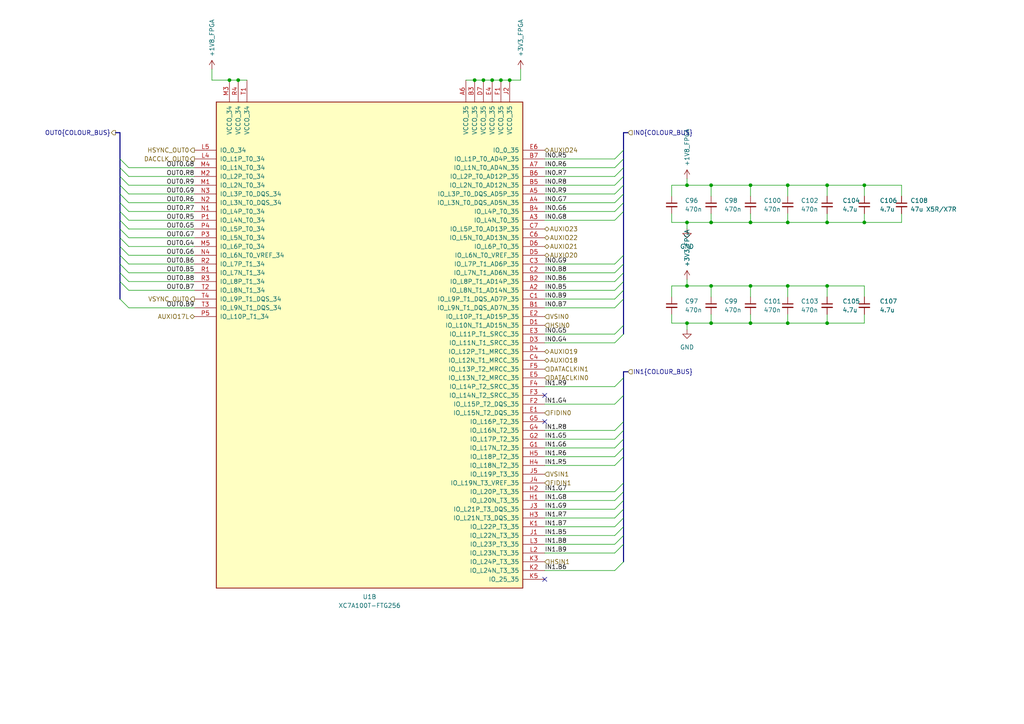
<source format=kicad_sch>
(kicad_sch (version 20211123) (generator eeschema)
  (paper "A4")
  (title_block (title "VGA Centrifuge") (date "2022-09-30") (rev "R1") (comment 1 "Author: Paolo Celati") (comment 2 "FPGA Video IO"))
  (lib_symbols
    (symbol "Device:C_Small" (pin_numbers hide) (pin_names (offset 0.254) hide)
      (property "Reference" "C" (at 0.254 1.778 0))
      (property "Value" "C_Small" (at 0.254 -2.032 0))
      (symbol "C_Small_0_1"
        (polyline (pts (xy -1.524 -0.508) (xy 1.524 -0.508)) (stroke (width 0.3302)))
        (polyline (pts (xy -1.524 0.508) (xy 1.524 0.508)) (stroke (width 0.3048)))
      )
      (symbol "C_Small_1_1"
        (pin passive line (at 0 2.54 270) (length 2.032) (name "~") (number "1"))
        (pin passive line (at 0 -2.54 90) (length 2.032) (name "~") (number "2"))
      )
    )
    (symbol "FPGA_Xilinx_Artix7:XC7A100T-FTG256" (pin_names (offset 1.016))
      (property "Reference" "U" (at 0 1.27 0))
      (property "Value" "XC7A100T-FTG256" (at 0 -1.27 0))
      (symbol "XC7A100T-FTG256_1_1"
        (rectangle (start -44.45 67.31) (end 44.45 -73.66) (stroke (width 0.254)) (fill (type background)))
        (pin bidirectional line (at 50.8 38.1 180) (length 6.35) (name "IO_L3N_T0_DQS_AD1N_15") (number "A10"))
        (pin bidirectional line (at 50.8 27.94 180) (length 6.35) (name "IO_L5N_T0_AD9N_15") (number "A12"))
        (pin bidirectional line (at 50.8 20.32 180) (length 6.35) (name "IO_L7P_T1_AD2P_15") (number "A13"))
        (pin bidirectional line (at 50.8 17.78 180) (length 6.35) (name "IO_L7N_T1_AD2N_15") (number "A14"))
        (pin bidirectional line (at 50.8 7.62 180) (length 6.35) (name "IO_L9N_T1_DQS_AD3N_15") (number "A15"))
        (pin power_in line (at 27.94 73.66 270) (length 6.35) (name "VCCO_15") (number "A16"))
        (pin bidirectional line (at 50.8 45.72 180) (length 6.35) (name "IO_L2P_T0_AD8P_15") (number "A8"))
        (pin bidirectional line (at 50.8 43.18 180) (length 6.35) (name "IO_L2N_T0_AD8N_15") (number "A9"))
        (pin bidirectional line (at 50.8 35.56 180) (length 6.35) (name "IO_L4P_T0_15") (number "B10"))
        (pin bidirectional line (at 50.8 33.02 180) (length 6.35) (name "IO_L4N_T0_15") (number "B11"))
        (pin bidirectional line (at 50.8 30.48 180) (length 6.35) (name "IO_L5P_T0_AD9P_15") (number "B12"))
        (pin power_in line (at 30.48 73.66 270) (length 6.35) (name "VCCO_15") (number "B13"))
        (pin bidirectional line (at 50.8 12.7 180) (length 6.35) (name "IO_L8N_T1_AD10N_15") (number "B14"))
        (pin bidirectional line (at 50.8 10.16 180) (length 6.35) (name "IO_L9P_T1_DQS_AD3P_15") (number "B15"))
        (pin bidirectional line (at 50.8 2.54 180) (length 6.35) (name "IO_L10N_T1_AD11N_15") (number "B16"))
        (pin bidirectional line (at 50.8 40.64 180) (length 6.35) (name "IO_L3P_T0_DQS_AD1P_15") (number "B9"))
        (pin power_in line (at 33.02 73.66 270) (length 6.35) (name "VCCO_15") (number "C10"))
        (pin bidirectional line (at 50.8 0 180) (length 6.35) (name "IO_L11P_T1_SRCC_15") (number "C11"))
        (pin bidirectional line (at 50.8 -2.54 180) (length 6.35) (name "IO_L11N_T1_SRCC_15") (number "C12"))
        (pin bidirectional line (at 50.8 -7.62 180) (length 6.35) (name "IO_L12N_T1_MRCC_15") (number "C13"))
        (pin bidirectional line (at 50.8 15.24 180) (length 6.35) (name "IO_L8P_T1_AD10P_15") (number "C14"))
        (pin bidirectional line (at 50.8 5.08 180) (length 6.35) (name "IO_L10P_T1_AD11P_15") (number "C16"))
        (pin bidirectional line (at 50.8 50.8 180) (length 6.35) (name "IO_L1P_T0_AD0P_15") (number "C8"))
        (pin bidirectional line (at 50.8 48.26 180) (length 6.35) (name "IO_L1N_T0_AD0N_15") (number "C9"))
        (pin bidirectional line (at 50.8 53.34 180) (length 6.35) (name "IO_0_15") (number "D10"))
        (pin bidirectional line (at 50.8 -17.78 180) (length 6.35) (name "IO_L14N_T2_SRCC_15") (number "D11"))
        (pin bidirectional line (at 50.8 -5.08 180) (length 6.35) (name "IO_L12P_T1_MRCC_15") (number "D13"))
        (pin bidirectional line (at 50.8 -20.32 180) (length 6.35) (name "IO_L15P_T2_DQS_15") (number "D14"))
        (pin bidirectional line (at 50.8 -22.86 180) (length 6.35) (name "IO_L15N_T2_DQS_ADV_B_15") (number "D15"))
        (pin bidirectional line (at 50.8 -33.02 180) (length 6.35) (name "IO_L17N_T2_A25_15") (number "D16"))
        (pin bidirectional line (at 50.8 25.4 180) (length 6.35) (name "IO_L6P_T0_15") (number "D8"))
        (pin bidirectional line (at 50.8 22.86 180) (length 6.35) (name "IO_L6N_T0_VREF_15") (number "D9"))
        (pin bidirectional line (at 50.8 -15.24 180) (length 6.35) (name "IO_L14P_T2_SRCC_15") (number "E11"))
        (pin bidirectional line (at 50.8 -10.16 180) (length 6.35) (name "IO_L13P_T2_MRCC_15") (number "E12"))
        (pin bidirectional line (at 50.8 -12.7 180) (length 6.35) (name "IO_L13N_T2_MRCC_15") (number "E13"))
        (pin power_in line (at 35.56 73.66 270) (length 6.35) (name "VCCO_15") (number "E14"))
        (pin bidirectional line (at 50.8 -38.1 180) (length 6.35) (name "IO_L18N_T2_A23_15") (number "E15"))
        (pin bidirectional line (at 50.8 -30.48 180) (length 6.35) (name "IO_L17P_T2_A26_15") (number "E16"))
        (pin bidirectional line (at 50.8 -25.4 180) (length 6.35) (name "IO_L16P_T2_A28_15") (number "F12"))
        (pin bidirectional line (at 50.8 -27.94 180) (length 6.35) (name "IO_L16N_T2_A27_15") (number "F13"))
        (pin bidirectional line (at 50.8 -53.34 180) (length 6.35) (name "IO_L21N_T3_DQS_A18_15") (number "F14"))
        (pin bidirectional line (at 50.8 -35.56 180) (length 6.35) (name "IO_L18P_T2_A24_15") (number "F15"))
        (pin bidirectional line (at 50.8 -71.12 180) (length 6.35) (name "IO_25_15") (number "G11"))
        (pin bidirectional line (at 50.8 -43.18 180) (length 6.35) (name "IO_L19N_T3_A21_VREF_15") (number "G12"))
        (pin bidirectional line (at 50.8 -50.8 180) (length 6.35) (name "IO_L21P_T3_DQS_15") (number "G14"))
        (pin bidirectional line (at 50.8 -68.58 180) (length 6.35) (name "IO_L24N_T3_RS0_15") (number "G15"))
        (pin bidirectional line (at 50.8 -58.42 180) (length 6.35) (name "IO_L22N_T3_A16_15") (number "G16"))
        (pin bidirectional line (at 50.8 -40.64 180) (length 6.35) (name "IO_L19P_T3_A22_15") (number "H11"))
        (pin bidirectional line (at 50.8 -45.72 180) (length 6.35) (name "IO_L20P_T3_A20_15") (number "H12"))
        (pin bidirectional line (at 50.8 -48.26 180) (length 6.35) (name "IO_L20N_T3_A19_15") (number "H13"))
        (pin bidirectional line (at 50.8 -66.04 180) (length 6.35) (name "IO_L24P_T3_RS1_15") (number "H14"))
        (pin power_in line (at 38.1 73.66 270) (length 6.35) (name "VCCO_15") (number "H15"))
        (pin bidirectional line (at 50.8 -55.88 180) (length 6.35) (name "IO_L22P_T3_A17_15") (number "H16"))
        (pin power_in line (at 40.64 73.66 270) (length 6.35) (name "VCCO_15") (number "J12"))
        (pin bidirectional line (at -50.8 50.8 0) (length 6.35) (name "IO_L1P_T0_D00_MOSI_14") (number "J13"))
        (pin bidirectional line (at -50.8 48.26 0) (length 6.35) (name "IO_L1N_T0_D01_DIN_14") (number "J14"))
        (pin bidirectional line (at 50.8 -60.96 180) (length 6.35) (name "IO_L23P_T3_FOE_B_15") (number "J15"))
        (pin bidirectional line (at 50.8 -63.5 180) (length 6.35) (name "IO_L23N_T3_FWE_B_15") (number "J16"))
        (pin bidirectional line (at -50.8 53.34 0) (length 6.35) (name "IO_0_14") (number "K12"))
        (pin bidirectional line (at -50.8 30.48 0) (length 6.35) (name "IO_L5P_T0_D06_14") (number "K13"))
        (pin bidirectional line (at -50.8 45.72 0) (length 6.35) (name "IO_L2P_T0_D02_14") (number "K15"))
        (pin bidirectional line (at -50.8 43.18 0) (length 6.35) (name "IO_L2N_T0_D03_14") (number "K16"))
        (pin bidirectional line (at -50.8 25.4 0) (length 6.35) (name "IO_L6P_T0_FCS_B_14") (number "L12"))
        (pin bidirectional line (at -50.8 27.94 0) (length 6.35) (name "IO_L5N_T0_D07_14") (number "L13"))
        (pin bidirectional line (at -50.8 35.56 0) (length 6.35) (name "IO_L4P_T0_D04_14") (number "L14"))
        (pin bidirectional line (at -50.8 40.64 0) (length 6.35) (name "IO_L3P_T0_DQS_PUDC_B_14") (number "L15"))
        (pin power_in line (at -40.64 73.66 270) (length 6.35) (name "VCCO_14") (number "L16"))
        (pin bidirectional line (at -50.8 22.86 0) (length 6.35) (name "IO_L6N_T0_D08_VREF_14") (number "M12"))
        (pin power_in line (at -38.1 73.66 270) (length 6.35) (name "VCCO_14") (number "M13"))
        (pin bidirectional line (at -50.8 33.02 0) (length 6.35) (name "IO_L4N_T0_D05_14") (number "M14"))
        (pin bidirectional line (at -50.8 38.1 0) (length 6.35) (name "IO_L3N_T0_DQS_EMCCLK_14") (number "M15"))
        (pin bidirectional line (at -50.8 20.32 0) (length 6.35) (name "IO_L7P_T1_D09_14") (number "M16"))
        (pin bidirectional line (at -50.8 -40.64 0) (length 6.35) (name "IO_L19P_T3_A10_D26_14") (number "M6"))
        (pin power_in line (at -35.56 73.66 270) (length 6.35) (name "VCCO_14") (number "N10"))
        (pin bidirectional line (at -50.8 -10.16 0) (length 6.35) (name "IO_L13P_T2_MRCC_14") (number "N11"))
        (pin bidirectional line (at -50.8 -12.7 0) (length 6.35) (name "IO_L13N_T2_MRCC_14") (number "N12"))
        (pin bidirectional line (at -50.8 0 0) (length 6.35) (name "IO_L11P_T1_SRCC_14") (number "N13"))
        (pin bidirectional line (at -50.8 -5.08 0) (length 6.35) (name "IO_L12P_T1_MRCC_14") (number "N14"))
        (pin bidirectional line (at -50.8 17.78 0) (length 6.35) (name "IO_L7N_T1_D10_14") (number "N16"))
        (pin bidirectional line (at -50.8 -43.18 0) (length 6.35) (name "IO_L19N_T3_A09_D25_VREF_14") (number "N6"))
        (pin bidirectional line (at -50.8 -35.56 0) (length 6.35) (name "IO_L18P_T2_A12_D28_14") (number "N9"))
        (pin bidirectional line (at -50.8 -15.24 0) (length 6.35) (name "IO_L14P_T2_SRCC_14") (number "P10"))
        (pin bidirectional line (at -50.8 -17.78 0) (length 6.35) (name "IO_L14N_T2_SRCC_14") (number "P11"))
        (pin bidirectional line (at -50.8 -2.54 0) (length 6.35) (name "IO_L11N_T1_SRCC_14") (number "P13"))
        (pin bidirectional line (at -50.8 -7.62 0) (length 6.35) (name "IO_L12N_T1_MRCC_14") (number "P14"))
        (pin bidirectional line (at -50.8 15.24 0) (length 6.35) (name "IO_L8P_T1_D11_14") (number "P15"))
        (pin bidirectional line (at -50.8 12.7 0) (length 6.35) (name "IO_L8N_T1_D12_14") (number "P16"))
        (pin bidirectional line (at -50.8 -71.12 0) (length 6.35) (name "IO_25_14") (number "P6"))
        (pin power_in line (at -33.02 73.66 270) (length 6.35) (name "VCCO_14") (number "P7"))
        (pin bidirectional line (at -50.8 -45.72 0) (length 6.35) (name "IO_L20P_T3_A08_D24_14") (number "P8"))
        (pin bidirectional line (at -50.8 -38.1 0) (length 6.35) (name "IO_L18N_T2_A11_D27_14") (number "P9"))
        (pin bidirectional line (at -50.8 -30.48 0) (length 6.35) (name "IO_L17P_T2_A14_D30_14") (number "R10"))
        (pin bidirectional line (at -50.8 -33.02 0) (length 6.35) (name "IO_L17N_T2_A13_D29_14") (number "R11"))
        (pin bidirectional line (at -50.8 -20.32 0) (length 6.35) (name "IO_L15P_T2_DQS_RDWR_B_14") (number "R12"))
        (pin bidirectional line (at -50.8 -25.4 0) (length 6.35) (name "IO_L16P_T2_CSI_B_14") (number "R13"))
        (pin power_in line (at -30.48 73.66 270) (length 6.35) (name "VCCO_14") (number "R14"))
        (pin bidirectional line (at -50.8 10.16 0) (length 6.35) (name "IO_L9P_T1_DQS_14") (number "R15"))
        (pin bidirectional line (at -50.8 7.62 0) (length 6.35) (name "IO_L9N_T1_DQS_D13_14") (number "R16"))
        (pin bidirectional line (at -50.8 -60.96 0) (length 6.35) (name "IO_L23P_T3_A03_D19_14") (number "R5"))
        (pin bidirectional line (at -50.8 -66.04 0) (length 6.35) (name "IO_L24P_T3_A01_D17_14") (number "R6"))
        (pin bidirectional line (at -50.8 -68.58 0) (length 6.35) (name "IO_L24N_T3_A00_D16_14") (number "R7"))
        (pin bidirectional line (at -50.8 -48.26 0) (length 6.35) (name "IO_L20N_T3_A07_D23_14") (number "R8"))
        (pin bidirectional line (at -50.8 -58.42 0) (length 6.35) (name "IO_L22N_T3_A04_D20_14") (number "T10"))
        (pin power_in line (at -27.94 73.66 270) (length 6.35) (name "VCCO_14") (number "T11"))
        (pin bidirectional line (at -50.8 -22.86 0) (length 6.35) (name "IO_L15N_T2_DQS_DOUT_CSO_B_14") (number "T12"))
        (pin bidirectional line (at -50.8 -27.94 0) (length 6.35) (name "IO_L16N_T2_A15_D31_14") (number "T13"))
        (pin bidirectional line (at -50.8 5.08 0) (length 6.35) (name "IO_L10P_T1_D14_14") (number "T14"))
        (pin bidirectional line (at -50.8 2.54 0) (length 6.35) (name "IO_L10N_T1_D15_14") (number "T15"))
        (pin bidirectional line (at -50.8 -63.5 0) (length 6.35) (name "IO_L23N_T3_A02_D18_14") (number "T5"))
        (pin bidirectional line (at -50.8 -50.8 0) (length 6.35) (name "IO_L21P_T3_DQS_14") (number "T7"))
        (pin bidirectional line (at -50.8 -53.34 0) (length 6.35) (name "IO_L21N_T3_DQS_A06_D22_14") (number "T8"))
        (pin bidirectional line (at -50.8 -55.88 0) (length 6.35) (name "IO_L22P_T3_A05_D21_14") (number "T9"))
      )
      (symbol "XC7A100T-FTG256_2_1"
        (rectangle (start -44.45 67.31) (end 44.45 -73.66) (stroke (width 0.254)) (fill (type background)))
        (pin bidirectional line (at 50.8 12.7 180) (length 6.35) (name "IO_L8N_T1_AD14N_35") (number "A2"))
        (pin bidirectional line (at 50.8 33.02 180) (length 6.35) (name "IO_L4N_T0_35") (number "A3"))
        (pin bidirectional line (at 50.8 38.1 180) (length 6.35) (name "IO_L3N_T0_DQS_AD5N_35") (number "A4"))
        (pin bidirectional line (at 50.8 40.64 180) (length 6.35) (name "IO_L3P_T0_DQS_AD5P_35") (number "A5"))
        (pin power_in line (at 27.94 73.66 270) (length 6.35) (name "VCCO_35") (number "A6"))
        (pin bidirectional line (at 50.8 48.26 180) (length 6.35) (name "IO_L1N_T0_AD4N_35") (number "A7"))
        (pin bidirectional line (at 50.8 7.62 180) (length 6.35) (name "IO_L9N_T1_DQS_AD7N_35") (number "B1"))
        (pin bidirectional line (at 50.8 15.24 180) (length 6.35) (name "IO_L8P_T1_AD14P_35") (number "B2"))
        (pin power_in line (at 30.48 73.66 270) (length 6.35) (name "VCCO_35") (number "B3"))
        (pin bidirectional line (at 50.8 35.56 180) (length 6.35) (name "IO_L4P_T0_35") (number "B4"))
        (pin bidirectional line (at 50.8 43.18 180) (length 6.35) (name "IO_L2N_T0_AD12N_35") (number "B5"))
        (pin bidirectional line (at 50.8 45.72 180) (length 6.35) (name "IO_L2P_T0_AD12P_35") (number "B6"))
        (pin bidirectional line (at 50.8 50.8 180) (length 6.35) (name "IO_L1P_T0_AD4P_35") (number "B7"))
        (pin bidirectional line (at 50.8 10.16 180) (length 6.35) (name "IO_L9P_T1_DQS_AD7P_35") (number "C1"))
        (pin bidirectional line (at 50.8 17.78 180) (length 6.35) (name "IO_L7N_T1_AD6N_35") (number "C2"))
        (pin bidirectional line (at 50.8 20.32 180) (length 6.35) (name "IO_L7P_T1_AD6P_35") (number "C3"))
        (pin bidirectional line (at 50.8 -7.62 180) (length 6.35) (name "IO_L12N_T1_MRCC_35") (number "C4"))
        (pin bidirectional line (at 50.8 27.94 180) (length 6.35) (name "IO_L5N_T0_AD13N_35") (number "C6"))
        (pin bidirectional line (at 50.8 30.48 180) (length 6.35) (name "IO_L5P_T0_AD13P_35") (number "C7"))
        (pin bidirectional line (at 50.8 2.54 180) (length 6.35) (name "IO_L10N_T1_AD15N_35") (number "D1"))
        (pin bidirectional line (at 50.8 -2.54 180) (length 6.35) (name "IO_L11N_T1_SRCC_35") (number "D3"))
        (pin bidirectional line (at 50.8 -5.08 180) (length 6.35) (name "IO_L12P_T1_MRCC_35") (number "D4"))
        (pin bidirectional line (at 50.8 22.86 180) (length 6.35) (name "IO_L6N_T0_VREF_35") (number "D5"))
        (pin bidirectional line (at 50.8 25.4 180) (length 6.35) (name "IO_L6P_T0_35") (number "D6"))
        (pin power_in line (at 33.02 73.66 270) (length 6.35) (name "VCCO_35") (number "D7"))
        (pin bidirectional line (at 50.8 -22.86 180) (length 6.35) (name "IO_L15N_T2_DQS_35") (number "E1"))
        (pin bidirectional line (at 50.8 5.08 180) (length 6.35) (name "IO_L10P_T1_AD15P_35") (number "E2"))
        (pin bidirectional line (at 50.8 0 180) (length 6.35) (name "IO_L11P_T1_SRCC_35") (number "E3"))
        (pin power_in line (at 35.56 73.66 270) (length 6.35) (name "VCCO_35") (number "E4"))
        (pin bidirectional line (at 50.8 -12.7 180) (length 6.35) (name "IO_L13N_T2_MRCC_35") (number "E5"))
        (pin bidirectional line (at 50.8 53.34 180) (length 6.35) (name "IO_0_35") (number "E6"))
        (pin power_in line (at 38.1 73.66 270) (length 6.35) (name "VCCO_35") (number "F1"))
        (pin bidirectional line (at 50.8 -20.32 180) (length 6.35) (name "IO_L15P_T2_DQS_35") (number "F2"))
        (pin bidirectional line (at 50.8 -17.78 180) (length 6.35) (name "IO_L14N_T2_SRCC_35") (number "F3"))
        (pin bidirectional line (at 50.8 -15.24 180) (length 6.35) (name "IO_L14P_T2_SRCC_35") (number "F4"))
        (pin bidirectional line (at 50.8 -10.16 180) (length 6.35) (name "IO_L13P_T2_MRCC_35") (number "F5"))
        (pin bidirectional line (at 50.8 -33.02 180) (length 6.35) (name "IO_L17N_T2_35") (number "G1"))
        (pin bidirectional line (at 50.8 -30.48 180) (length 6.35) (name "IO_L17P_T2_35") (number "G2"))
        (pin bidirectional line (at 50.8 -27.94 180) (length 6.35) (name "IO_L16N_T2_35") (number "G4"))
        (pin bidirectional line (at 50.8 -25.4 180) (length 6.35) (name "IO_L16P_T2_35") (number "G5"))
        (pin bidirectional line (at 50.8 -48.26 180) (length 6.35) (name "IO_L20N_T3_35") (number "H1"))
        (pin bidirectional line (at 50.8 -45.72 180) (length 6.35) (name "IO_L20P_T3_35") (number "H2"))
        (pin bidirectional line (at 50.8 -53.34 180) (length 6.35) (name "IO_L21N_T3_DQS_35") (number "H3"))
        (pin bidirectional line (at 50.8 -38.1 180) (length 6.35) (name "IO_L18N_T2_35") (number "H4"))
        (pin bidirectional line (at 50.8 -35.56 180) (length 6.35) (name "IO_L18P_T2_35") (number "H5"))
        (pin bidirectional line (at 50.8 -58.42 180) (length 6.35) (name "IO_L22N_T3_35") (number "J1"))
        (pin power_in line (at 40.64 73.66 270) (length 6.35) (name "VCCO_35") (number "J2"))
        (pin bidirectional line (at 50.8 -50.8 180) (length 6.35) (name "IO_L21P_T3_DQS_35") (number "J3"))
        (pin bidirectional line (at 50.8 -43.18 180) (length 6.35) (name "IO_L19N_T3_VREF_35") (number "J4"))
        (pin bidirectional line (at 50.8 -40.64 180) (length 6.35) (name "IO_L19P_T3_35") (number "J5"))
        (pin bidirectional line (at 50.8 -55.88 180) (length 6.35) (name "IO_L22P_T3_35") (number "K1"))
        (pin bidirectional line (at 50.8 -68.58 180) (length 6.35) (name "IO_L24N_T3_35") (number "K2"))
        (pin bidirectional line (at 50.8 -66.04 180) (length 6.35) (name "IO_L24P_T3_35") (number "K3"))
        (pin bidirectional line (at 50.8 -71.12 180) (length 6.35) (name "IO_25_35") (number "K5"))
        (pin bidirectional line (at 50.8 -63.5 180) (length 6.35) (name "IO_L23N_T3_35") (number "L2"))
        (pin bidirectional line (at 50.8 -60.96 180) (length 6.35) (name "IO_L23P_T3_35") (number "L3"))
        (pin bidirectional line (at -50.8 50.8 0) (length 6.35) (name "IO_L1P_T0_34") (number "L4"))
        (pin bidirectional line (at -50.8 53.34 0) (length 6.35) (name "IO_0_34") (number "L5"))
        (pin bidirectional line (at -50.8 43.18 0) (length 6.35) (name "IO_L2N_T0_34") (number "M1"))
        (pin bidirectional line (at -50.8 45.72 0) (length 6.35) (name "IO_L2P_T0_34") (number "M2"))
        (pin power_in line (at -40.64 73.66 270) (length 6.35) (name "VCCO_34") (number "M3"))
        (pin bidirectional line (at -50.8 48.26 0) (length 6.35) (name "IO_L1N_T0_34") (number "M4"))
        (pin bidirectional line (at -50.8 25.4 0) (length 6.35) (name "IO_L6P_T0_34") (number "M5"))
        (pin bidirectional line (at -50.8 35.56 0) (length 6.35) (name "IO_L4P_T0_34") (number "N1"))
        (pin bidirectional line (at -50.8 38.1 0) (length 6.35) (name "IO_L3N_T0_DQS_34") (number "N2"))
        (pin bidirectional line (at -50.8 40.64 0) (length 6.35) (name "IO_L3P_T0_DQS_34") (number "N3"))
        (pin bidirectional line (at -50.8 22.86 0) (length 6.35) (name "IO_L6N_T0_VREF_34") (number "N4"))
        (pin bidirectional line (at -50.8 33.02 0) (length 6.35) (name "IO_L4N_T0_34") (number "P1"))
        (pin bidirectional line (at -50.8 27.94 0) (length 6.35) (name "IO_L5N_T0_34") (number "P3"))
        (pin bidirectional line (at -50.8 30.48 0) (length 6.35) (name "IO_L5P_T0_34") (number "P4"))
        (pin bidirectional line (at -50.8 5.08 0) (length 6.35) (name "IO_L10P_T1_34") (number "P5"))
        (pin bidirectional line (at -50.8 17.78 0) (length 6.35) (name "IO_L7N_T1_34") (number "R1"))
        (pin bidirectional line (at -50.8 20.32 0) (length 6.35) (name "IO_L7P_T1_34") (number "R2"))
        (pin bidirectional line (at -50.8 15.24 0) (length 6.35) (name "IO_L8P_T1_34") (number "R3"))
        (pin power_in line (at -38.1 73.66 270) (length 6.35) (name "VCCO_34") (number "R4"))
        (pin power_in line (at -35.56 73.66 270) (length 6.35) (name "VCCO_34") (number "T1"))
        (pin bidirectional line (at -50.8 12.7 0) (length 6.35) (name "IO_L8N_T1_34") (number "T2"))
        (pin bidirectional line (at -50.8 7.62 0) (length 6.35) (name "IO_L9N_T1_DQS_34") (number "T3"))
        (pin bidirectional line (at -50.8 10.16 0) (length 6.35) (name "IO_L9P_T1_DQS_34") (number "T4"))
      )
      (symbol "XC7A100T-FTG256_3_1"
        (rectangle (start -31.75 34.29) (end 31.75 -40.64) (stroke (width 0.254)) (fill (type background)))
        (pin bidirectional line (at 38.1 -15.24 180) (length 6.35) (name "CFGBVS_0") (number "E7"))
        (pin bidirectional line (at 38.1 7.62 180) (length 6.35) (name "CCLK_0") (number "E8"))
        (pin bidirectional line (at 38.1 -5.08 180) (length 6.35) (name "DONE_0") (number "H10"))
        (pin bidirectional line (at 38.1 -30.48 180) (length 6.35) (name "VREFN_0") (number "H7"))
        (pin bidirectional line (at 38.1 -20.32 180) (length 6.35) (name "VP_0") (number "H8"))
        (pin bidirectional line (at 38.1 -22.86 180) (length 6.35) (name "VN_0") (number "J7"))
        (pin bidirectional line (at 38.1 -27.94 180) (length 6.35) (name "VREFP_0") (number "J8"))
        (pin bidirectional line (at 38.1 -7.62 180) (length 6.35) (name "INIT_B_0") (number "K10"))
        (pin bidirectional line (at 38.1 -38.1 180) (length 6.35) (name "DXN_0") (number "K7"))
        (pin bidirectional line (at 38.1 -35.56 180) (length 6.35) (name "DXP_0") (number "K8"))
        (pin power_in line (at 27.94 40.64 270) (length 6.35) (name "VCCO_0") (number "L6"))
        (pin bidirectional line (at 38.1 12.7 180) (length 6.35) (name "TCK_0") (number "L7"))
        (pin bidirectional line (at 38.1 -10.16 180) (length 6.35) (name "PROGRAM_B_0") (number "L9"))
        (pin bidirectional line (at 38.1 2.54 180) (length 6.35) (name "M1_0") (number "M10"))
        (pin bidirectional line (at 38.1 0 180) (length 6.35) (name "M2_0") (number "M11"))
        (pin bidirectional line (at 38.1 15.24 180) (length 6.35) (name "TMS_0") (number "M7"))
        (pin bidirectional line (at 38.1 5.08 180) (length 6.35) (name "M0_0") (number "M9"))
        (pin bidirectional line (at 38.1 20.32 180) (length 6.35) (name "TDI_0") (number "N7"))
        (pin bidirectional line (at 38.1 17.78 180) (length 6.35) (name "TDO_0") (number "N8"))
      )
      (symbol "XC7A100T-FTG256_4_1"
        (rectangle (start -19.05 35.56) (end 19.05 -35.56) (stroke (width 0.254)) (fill (type background)))
        (pin power_in line (at -25.4 2.54 0) (length 6.35) (name "GND") (number "A1"))
        (pin power_in line (at -25.4 0 0) (length 6.35) (name "GND") (number "A11"))
        (pin power_in line (at -25.4 -2.54 0) (length 6.35) (name "GND") (number "B8"))
        (pin power_in line (at -25.4 -7.62 0) (length 6.35) (name "GND") (number "C15"))
        (pin power_in line (at -25.4 -5.08 0) (length 6.35) (name "GND") (number "C5"))
        (pin power_in line (at -25.4 -12.7 0) (length 6.35) (name "GND") (number "D12"))
        (pin power_in line (at -25.4 -10.16 0) (length 6.35) (name "GND") (number "D2"))
        (pin power_in line (at -25.4 12.7 0) (length 6.35) (name "VCCBRAM") (number "E10"))
        (pin power_in line (at -25.4 -15.24 0) (length 6.35) (name "GND") (number "E9"))
        (pin power_in line (at -25.4 -20.32 0) (length 6.35) (name "GND") (number "F10"))
        (pin power_in line (at -25.4 10.16 0) (length 6.35) (name "VCCBRAM") (number "F11"))
        (pin power_in line (at -25.4 -22.86 0) (length 6.35) (name "GND") (number "F16"))
        (pin power_in line (at -25.4 -17.78 0) (length 6.35) (name "GND") (number "F6"))
        (pin power_in line (at 25.4 33.02 180) (length 6.35) (name "VCCINT") (number "F7"))
        (pin power_in line (at -25.4 15.24 0) (length 6.35) (name "VCCBATT_0") (number "F8"))
        (pin power_in line (at 25.4 30.48 180) (length 6.35) (name "VCCINT") (number "F9"))
        (pin power_in line (at -25.4 33.02 0) (length 6.35) (name "VCCAUX") (number "G10"))
        (pin power_in line (at -25.4 -30.48 0) (length 6.35) (name "GND") (number "G13"))
        (pin power_in line (at -25.4 -25.4 0) (length 6.35) (name "GND") (number "G3"))
        (pin power_in line (at 25.4 27.94 180) (length 6.35) (name "VCCINT") (number "G6"))
        (pin power_in line (at -25.4 20.32 0) (length 6.35) (name "GNDADC_0") (number "G7"))
        (pin power_in line (at -25.4 17.78 0) (length 6.35) (name "VCCADC_0") (number "G8"))
        (pin power_in line (at -25.4 -27.94 0) (length 6.35) (name "GND") (number "G9"))
        (pin power_in line (at -25.4 -33.02 0) (length 6.35) (name "GND") (number "H6"))
        (pin power_in line (at 25.4 25.4 180) (length 6.35) (name "VCCINT") (number "H9"))
        (pin power_in line (at -25.4 30.48 0) (length 6.35) (name "VCCAUX") (number "J10"))
        (pin power_in line (at 25.4 0 180) (length 6.35) (name "GND") (number "J11"))
        (pin power_in line (at 25.4 22.86 180) (length 6.35) (name "VCCINT") (number "J6"))
        (pin power_in line (at 25.4 2.54 180) (length 6.35) (name "GND") (number "J9"))
        (pin power_in line (at -25.4 27.94 0) (length 6.35) (name "VCCAUX") (number "K11"))
        (pin power_in line (at 25.4 -7.62 180) (length 6.35) (name "GND") (number "K14"))
        (pin power_in line (at 25.4 -2.54 180) (length 6.35) (name "GND") (number "K4"))
        (pin power_in line (at 25.4 -5.08 180) (length 6.35) (name "GND") (number "K6"))
        (pin power_in line (at 25.4 20.32 180) (length 6.35) (name "VCCINT") (number "K9"))
        (pin power_in line (at 25.4 -10.16 180) (length 6.35) (name "GND") (number "L1"))
        (pin power_in line (at -25.4 25.4 0) (length 6.35) (name "VCCAUX") (number "L10"))
        (pin power_in line (at 25.4 -12.7 180) (length 6.35) (name "GND") (number "L11"))
        (pin power_in line (at 25.4 17.78 180) (length 6.35) (name "VCCINT") (number "L8"))
        (pin power_in line (at 25.4 -15.24 180) (length 6.35) (name "GND") (number "M8"))
        (pin power_in line (at 25.4 -20.32 180) (length 6.35) (name "GND") (number "N15"))
        (pin power_in line (at 25.4 -17.78 180) (length 6.35) (name "GND") (number "N5"))
        (pin power_in line (at 25.4 -25.4 180) (length 6.35) (name "GND") (number "P12"))
        (pin power_in line (at 25.4 -22.86 180) (length 6.35) (name "GND") (number "P2"))
        (pin power_in line (at 25.4 -27.94 180) (length 6.35) (name "GND") (number "R9"))
        (pin power_in line (at 25.4 -33.02 180) (length 6.35) (name "GND") (number "T16"))
        (pin power_in line (at 25.4 -30.48 180) (length 6.35) (name "GND") (number "T6"))
      )
    )
    (symbol "centrifuge_symbols:+1V8_FPGA" (power) (pin_names (offset 0))
      (property "Value" "+1V8_FPGA" (at 0 3.556 90))
      (symbol "+1V8_FPGA_0_1"
        (polyline (pts (xy -0.762 1.27) (xy 0 2.54)))
        (polyline (pts (xy 0 0) (xy 0 2.54)))
        (polyline (pts (xy 0 2.54) (xy 0.762 1.27)))
      )
      (symbol "+1V8_FPGA_1_1"
        (pin power_in line (at 0 0 90) (length 0) hide (name "+1V8_FPGA") (number "1"))
      )
    )
    (symbol "centrifuge_symbols:+3V3_FPGA" (power) (pin_names (offset 0))
      (property "Value" "+3V3_FPGA" (at 0 3.556 90))
      (symbol "+3V3_FPGA_0_1"
        (polyline (pts (xy -0.762 1.27) (xy 0 2.54)))
        (polyline (pts (xy 0 0) (xy 0 2.54)))
        (polyline (pts (xy 0 2.54) (xy 0.762 1.27)))
      )
      (symbol "+3V3_FPGA_1_1"
        (pin power_in line (at 0 0 90) (length 0) hide (name "+3V3_FPGA") (number "1"))
      )
    )
    (symbol "power:GND" (power) (pin_names (offset 0))
      (property "Value" "GND" (at 0 -3.81 0))
      (symbol "GND_0_1"
        (polyline (pts (xy 0 0) (xy 0 -1.27) (xy 1.27 -1.27) (xy 0 -2.54) (xy -1.27 -1.27) (xy 0 -1.27)))
      )
      (symbol "GND_1_1"
        (pin power_in line (at 0 0 270) (length 0) hide (name "GND") (number "1"))
      )
    )
  )
  (junction (at 199.263 93.726))
  (junction (at 239.903 93.726))
  (junction (at 239.903 82.931))
  (junction (at 228.473 53.721))
  (junction (at 140.208 23.241))
  (junction (at 206.248 93.726))
  (junction (at 66.548 23.241))
  (junction (at 147.828 23.241))
  (junction (at 217.678 82.931))
  (junction (at 239.903 53.721))
  (junction (at 228.473 93.726))
  (junction (at 206.248 53.721))
  (junction (at 142.748 23.241))
  (junction (at 199.263 53.721))
  (junction (at 217.678 64.516))
  (junction (at 217.678 53.721))
  (junction (at 137.668 23.241))
  (junction (at 145.288 23.241))
  (junction (at 228.473 82.931))
  (junction (at 69.088 23.241))
  (junction (at 199.263 64.516))
  (junction (at 250.698 53.721))
  (junction (at 199.263 82.931))
  (junction (at 239.903 64.516))
  (junction (at 217.678 93.726))
  (junction (at 206.248 64.516))
  (junction (at 206.248 82.931))
  (junction (at 228.473 64.516))
  (junction (at 250.698 64.516))
  (no_connect (at 157.988 168.021))
  (no_connect (at 157.988 114.681))
  (no_connect (at 157.988 122.301))
  (bus_entry (at 37.338 89.281) (size -2.54 -2.54))
  (bus_entry (at 178.308 147.701) (size 2.54 -2.54))
  (bus_entry (at 178.308 117.221) (size 2.54 -2.54))
  (bus_entry (at 37.338 71.501) (size -2.54 -2.54))
  (bus_entry (at 178.308 142.621) (size 2.54 -2.54))
  (bus_entry (at 178.308 79.121) (size 2.54 -2.54))
  (bus_entry (at 178.308 124.841) (size 2.54 -2.54))
  (bus_entry (at 37.338 61.341) (size -2.54 -2.54))
  (bus_entry (at 37.338 79.121) (size -2.54 -2.54))
  (bus_entry (at 37.338 84.201) (size -2.54 -2.54))
  (bus_entry (at 178.308 135.001) (size 2.54 -2.54))
  (bus_entry (at 178.308 58.801) (size 2.54 -2.54))
  (bus_entry (at 178.308 160.401) (size 2.54 -2.54))
  (bus_entry (at 178.308 63.881) (size 2.54 -2.54))
  (bus_entry (at 178.308 157.861) (size 2.54 -2.54))
  (bus_entry (at 37.338 66.421) (size -2.54 -2.54))
  (bus_entry (at 37.338 48.641) (size -2.54 -2.54))
  (bus_entry (at 178.308 132.461) (size 2.54 -2.54))
  (bus_entry (at 37.338 68.961) (size -2.54 -2.54))
  (bus_entry (at 178.308 48.641) (size 2.54 -2.54))
  (bus_entry (at 37.338 81.661) (size -2.54 -2.54))
  (bus_entry (at 178.308 61.341) (size 2.54 -2.54))
  (bus_entry (at 178.308 112.141) (size 2.54 -2.54))
  (bus_entry (at 37.338 74.041) (size -2.54 -2.54))
  (bus_entry (at 37.338 53.721) (size -2.54 -2.54))
  (bus_entry (at 178.308 99.441) (size 2.54 -2.54))
  (bus_entry (at 37.338 51.181) (size -2.54 -2.54))
  (bus_entry (at 178.308 165.481) (size 2.54 -2.54))
  (bus_entry (at 178.308 155.321) (size 2.54 -2.54))
  (bus_entry (at 178.308 152.781) (size 2.54 -2.54))
  (bus_entry (at 178.308 51.181) (size 2.54 -2.54))
  (bus_entry (at 178.308 84.201) (size 2.54 -2.54))
  (bus_entry (at 37.338 63.881) (size -2.54 -2.54))
  (bus_entry (at 178.308 129.921) (size 2.54 -2.54))
  (bus_entry (at 37.338 76.581) (size -2.54 -2.54))
  (bus_entry (at 178.308 56.261) (size 2.54 -2.54))
  (bus_entry (at 37.338 56.261) (size -2.54 -2.54))
  (bus_entry (at 178.308 53.721) (size 2.54 -2.54))
  (bus_entry (at 37.338 58.801) (size -2.54 -2.54))
  (bus_entry (at 178.308 96.901) (size 2.54 -2.54))
  (bus_entry (at 178.308 76.581) (size 2.54 -2.54))
  (bus_entry (at 178.308 127.381) (size 2.54 -2.54))
  (bus_entry (at 178.308 81.661) (size 2.54 -2.54))
  (bus_entry (at 178.308 46.101) (size 2.54 -2.54))
  (bus_entry (at 178.308 89.281) (size 2.54 -2.54))
  (bus_entry (at 178.308 150.241) (size 2.54 -2.54))
  (bus_entry (at 178.308 86.741) (size 2.54 -2.54))
  (bus_entry (at 178.308 145.161) (size 2.54 -2.54))
  (wire (pts (xy 66.548 23.241) (xy 69.088 23.241)))
  (wire (pts (xy 178.308 124.841) (xy 157.988 124.841)))
  (wire (pts (xy 37.338 76.581) (xy 56.388 76.581)))
  (wire (pts (xy 178.308 145.161) (xy 157.988 145.161)))
  (bus (pts (xy 34.798 53.721) (xy 34.798 56.261)))
  (wire (pts (xy 217.678 53.721) (xy 217.678 56.896)))
  (wire (pts (xy 250.698 82.931) (xy 250.698 86.106)))
  (bus (pts (xy 182.118 107.823) (xy 180.848 107.823)))
  (wire (pts (xy 239.903 82.931) (xy 239.903 86.106)))
  (wire (pts (xy 37.338 66.421) (xy 56.388 66.421)))
  (bus (pts (xy 180.848 114.681) (xy 180.848 109.601)))
  (wire (pts (xy 239.903 53.721) (xy 250.698 53.721)))
  (bus (pts (xy 180.848 124.841) (xy 180.848 127.381)))
  (wire (pts (xy 194.818 64.516) (xy 199.263 64.516)))
  (wire (pts (xy 178.308 112.141) (xy 157.988 112.141)))
  (bus (pts (xy 34.798 79.121) (xy 34.798 81.661)))
  (wire (pts (xy 217.678 64.516) (xy 228.473 64.516)))
  (wire (pts (xy 69.088 23.241) (xy 71.628 23.241)))
  (wire (pts (xy 228.473 53.721) (xy 228.473 56.896)))
  (bus (pts (xy 180.848 76.581) (xy 180.848 79.121)))
  (bus (pts (xy 34.798 74.041) (xy 34.798 76.581)))
  (wire (pts (xy 199.263 81.026) (xy 199.263 82.931)))
  (wire (pts (xy 37.338 58.801) (xy 56.388 58.801)))
  (bus (pts (xy 180.848 84.201) (xy 180.848 86.741)))
  (bus (pts (xy 180.848 147.701) (xy 180.848 150.241)))
  (wire (pts (xy 228.473 93.726) (xy 239.903 93.726)))
  (bus (pts (xy 180.848 61.341) (xy 180.848 58.801)))
  (bus (pts (xy 180.848 124.841) (xy 180.848 122.301)))
  (wire (pts (xy 37.338 71.501) (xy 56.388 71.501)))
  (wire (pts (xy 178.308 117.221) (xy 157.988 117.221)))
  (wire (pts (xy 178.308 86.741) (xy 157.988 86.741)))
  (wire (pts (xy 178.308 79.121) (xy 157.988 79.121)))
  (bus (pts (xy 34.798 63.881) (xy 34.798 61.341)))
  (wire (pts (xy 217.678 93.726) (xy 217.678 91.186)))
  (wire (pts (xy 250.698 64.516) (xy 261.493 64.516)))
  (wire (pts (xy 37.338 63.881) (xy 56.388 63.881)))
  (wire (pts (xy 206.248 64.516) (xy 217.678 64.516)))
  (wire (pts (xy 250.698 93.726) (xy 250.698 91.186)))
  (wire (pts (xy 239.903 53.721) (xy 239.903 56.896)))
  (wire (pts (xy 206.248 82.931) (xy 206.248 86.106)))
  (wire (pts (xy 178.308 147.701) (xy 157.988 147.701)))
  (bus (pts (xy 180.848 145.161) (xy 180.848 147.701)))
  (bus (pts (xy 34.798 51.181) (xy 34.798 48.641)))
  (wire (pts (xy 228.473 82.931) (xy 228.473 86.106)))
  (wire (pts (xy 37.338 89.281) (xy 56.388 89.281)))
  (bus (pts (xy 34.798 76.581) (xy 34.798 79.121)))
  (bus (pts (xy 33.528 38.481) (xy 34.798 38.481)))
  (bus (pts (xy 180.848 51.181) (xy 180.848 53.721)))
  (bus (pts (xy 180.848 140.081) (xy 180.848 142.621)))
  (wire (pts (xy 135.128 23.241) (xy 137.668 23.241)))
  (wire (pts (xy 194.818 93.726) (xy 194.818 91.186)))
  (bus (pts (xy 180.848 114.681) (xy 180.848 122.301)))
  (wire (pts (xy 145.288 23.241) (xy 147.828 23.241)))
  (bus (pts (xy 34.798 51.181) (xy 34.798 53.721)))
  (bus (pts (xy 180.848 142.621) (xy 180.848 145.161)))
  (wire (pts (xy 178.308 155.321) (xy 157.988 155.321)))
  (wire (pts (xy 178.308 56.261) (xy 157.988 56.261)))
  (wire (pts (xy 178.308 63.881) (xy 157.988 63.881)))
  (wire (pts (xy 37.338 56.261) (xy 56.388 56.261)))
  (wire (pts (xy 239.903 64.516) (xy 250.698 64.516)))
  (wire (pts (xy 199.263 93.726) (xy 199.263 95.631)))
  (bus (pts (xy 34.798 61.341) (xy 34.798 58.801)))
  (bus (pts (xy 180.848 81.661) (xy 180.848 84.201)))
  (bus (pts (xy 180.848 132.461) (xy 180.848 140.081)))
  (wire (pts (xy 206.248 53.721) (xy 217.678 53.721)))
  (wire (pts (xy 250.698 53.721) (xy 250.698 56.896)))
  (wire (pts (xy 261.493 53.721) (xy 250.698 53.721)))
  (wire (pts (xy 228.473 64.516) (xy 239.903 64.516)))
  (wire (pts (xy 199.263 64.516) (xy 199.263 66.421)))
  (wire (pts (xy 217.678 64.516) (xy 217.678 61.976)))
  (wire (pts (xy 178.308 51.181) (xy 157.988 51.181)))
  (wire (pts (xy 178.308 99.441) (xy 157.988 99.441)))
  (wire (pts (xy 199.263 53.721) (xy 206.248 53.721)))
  (wire (pts (xy 142.748 23.241) (xy 145.288 23.241)))
  (bus (pts (xy 34.798 58.801) (xy 34.798 56.261)))
  (wire (pts (xy 178.308 127.381) (xy 157.988 127.381)))
  (bus (pts (xy 34.798 81.661) (xy 34.798 86.741)))
  (wire (pts (xy 178.308 46.101) (xy 157.988 46.101)))
  (wire (pts (xy 178.308 132.461) (xy 157.988 132.461)))
  (wire (pts (xy 178.308 81.661) (xy 157.988 81.661)))
  (bus (pts (xy 180.848 152.781) (xy 180.848 155.321)))
  (bus (pts (xy 34.798 68.961) (xy 34.798 71.501)))
  (wire (pts (xy 199.263 51.816) (xy 199.263 53.721)))
  (bus (pts (xy 180.848 56.261) (xy 180.848 53.721)))
  (wire (pts (xy 261.493 61.976) (xy 261.493 64.516)))
  (wire (pts (xy 178.308 165.481) (xy 157.988 165.481)))
  (wire (pts (xy 178.308 53.721) (xy 157.988 53.721)))
  (bus (pts (xy 180.848 86.741) (xy 180.848 94.361)))
  (wire (pts (xy 61.468 23.241) (xy 66.548 23.241)))
  (wire (pts (xy 178.308 129.921) (xy 157.988 129.921)))
  (wire (pts (xy 199.263 82.931) (xy 206.248 82.931)))
  (bus (pts (xy 34.798 66.421) (xy 34.798 63.881)))
  (wire (pts (xy 147.828 23.241) (xy 151.003 23.241)))
  (wire (pts (xy 261.493 56.896) (xy 261.493 53.721)))
  (wire (pts (xy 194.818 82.931) (xy 199.263 82.931)))
  (wire (pts (xy 194.818 53.721) (xy 194.818 56.896)))
  (wire (pts (xy 228.473 82.931) (xy 239.903 82.931)))
  (wire (pts (xy 178.308 89.281) (xy 157.988 89.281)))
  (wire (pts (xy 250.698 64.516) (xy 250.698 61.976)))
  (wire (pts (xy 199.263 93.726) (xy 206.248 93.726)))
  (wire (pts (xy 178.308 150.241) (xy 157.988 150.241)))
  (wire (pts (xy 178.308 142.621) (xy 157.988 142.621)))
  (wire (pts (xy 178.308 160.401) (xy 157.988 160.401)))
  (wire (pts (xy 37.338 51.181) (xy 56.388 51.181)))
  (wire (pts (xy 37.338 79.121) (xy 56.388 79.121)))
  (wire (pts (xy 37.338 74.041) (xy 56.388 74.041)))
  (wire (pts (xy 228.473 53.721) (xy 239.903 53.721)))
  (wire (pts (xy 37.338 53.721) (xy 56.388 53.721)))
  (wire (pts (xy 37.338 68.961) (xy 56.388 68.961)))
  (wire (pts (xy 206.248 82.931) (xy 217.678 82.931)))
  (bus (pts (xy 180.848 38.481) (xy 180.848 43.561)))
  (wire (pts (xy 137.668 23.241) (xy 140.208 23.241)))
  (bus (pts (xy 180.848 150.241) (xy 180.848 152.781)))
  (wire (pts (xy 37.338 61.341) (xy 56.388 61.341)))
  (wire (pts (xy 140.208 23.241) (xy 142.748 23.241)))
  (bus (pts (xy 180.848 129.921) (xy 180.848 132.461)))
  (wire (pts (xy 37.338 48.641) (xy 56.388 48.641)))
  (bus (pts (xy 34.798 66.421) (xy 34.798 68.961)))
  (wire (pts (xy 194.818 93.726) (xy 199.263 93.726)))
  (wire (pts (xy 178.308 157.861) (xy 157.988 157.861)))
  (wire (pts (xy 178.308 76.581) (xy 157.988 76.581)))
  (bus (pts (xy 34.798 48.641) (xy 34.798 46.101)))
  (wire (pts (xy 206.248 53.721) (xy 206.248 56.896)))
  (wire (pts (xy 178.308 84.201) (xy 157.988 84.201)))
  (wire (pts (xy 178.308 58.801) (xy 157.988 58.801)))
  (bus (pts (xy 34.798 38.481) (xy 34.798 46.101)))
  (bus (pts (xy 180.848 61.341) (xy 180.848 74.041)))
  (wire (pts (xy 37.338 84.201) (xy 56.388 84.201)))
  (wire (pts (xy 178.308 61.341) (xy 157.988 61.341)))
  (wire (pts (xy 217.678 93.726) (xy 228.473 93.726)))
  (wire (pts (xy 206.248 64.516) (xy 206.248 61.976)))
  (bus (pts (xy 180.848 127.381) (xy 180.848 129.921)))
  (wire (pts (xy 178.308 152.781) (xy 157.988 152.781)))
  (bus (pts (xy 180.848 48.641) (xy 180.848 46.101)))
  (wire (pts (xy 217.678 82.931) (xy 228.473 82.931)))
  (wire (pts (xy 178.308 48.641) (xy 157.988 48.641)))
  (wire (pts (xy 206.248 93.726) (xy 206.248 91.186)))
  (bus (pts (xy 180.848 74.041) (xy 180.848 76.581)))
  (wire (pts (xy 217.678 53.721) (xy 228.473 53.721)))
  (wire (pts (xy 239.903 82.931) (xy 250.698 82.931)))
  (wire (pts (xy 194.818 82.931) (xy 194.818 86.106)))
  (bus (pts (xy 180.848 58.801) (xy 180.848 56.261)))
  (wire (pts (xy 228.473 93.726) (xy 228.473 91.186)))
  (wire (pts (xy 178.308 135.001) (xy 157.988 135.001)))
  (bus (pts (xy 180.848 94.361) (xy 180.848 96.901)))
  (bus (pts (xy 180.848 51.181) (xy 180.848 48.641)))
  (wire (pts (xy 217.678 82.931) (xy 217.678 86.106)))
  (bus (pts (xy 180.848 157.861) (xy 180.848 162.941)))
  (wire (pts (xy 239.903 64.516) (xy 239.903 61.976)))
  (wire (pts (xy 228.473 64.516) (xy 228.473 61.976)))
  (wire (pts (xy 199.263 64.516) (xy 206.248 64.516)))
  (bus (pts (xy 180.848 79.121) (xy 180.848 81.661)))
  (wire (pts (xy 194.818 64.516) (xy 194.818 61.976)))
  (wire (pts (xy 239.903 93.726) (xy 239.903 91.186)))
  (wire (pts (xy 239.903 93.726) (xy 250.698 93.726)))
  (wire (pts (xy 206.248 93.726) (xy 217.678 93.726)))
  (bus (pts (xy 180.848 155.321) (xy 180.848 157.861)))
  (wire (pts (xy 61.468 20.066) (xy 61.468 23.241)))
  (bus (pts (xy 34.798 71.501) (xy 34.798 74.041)))
  (wire (pts (xy 151.003 20.066) (xy 151.003 23.241)))
  (bus (pts (xy 180.848 46.101) (xy 180.848 43.561)))
  (bus (pts (xy 180.848 109.601) (xy 180.848 107.823)))
  (bus (pts (xy 182.118 38.481) (xy 180.848 38.481)))
  (wire (pts (xy 178.308 96.901) (xy 157.988 96.901)))
  (wire (pts (xy 37.338 81.661) (xy 56.388 81.661)))
  (wire (pts (xy 194.818 53.721) (xy 199.263 53.721)))
  (label "IN0.R5" (at 157.988 46.101 0))
  (label "IN0.B7" (at 157.988 89.281 0))
  (label "OUT0.R7" (at 56.388 61.341 180))
  (label "OUT0.G8" (at 56.388 48.641 180))
  (label "IN1.G9" (at 157.988 147.701 0))
  (label "IN0.B5" (at 157.988 84.201 0))
  (label "IN1.R9" (at 157.988 112.141 0))
  (label "IN1.G6" (at 157.988 129.921 0))
  (label "IN1.B5" (at 157.988 155.321 0))
  (label "IN1.G7" (at 157.988 142.621 0))
  (label "IN1.R5" (at 157.988 135.001 0))
  (label "IN0.G4" (at 157.988 99.441 0))
  (label "OUT0.B7" (at 56.388 84.201 180))
  (label "IN0.B6" (at 157.988 81.661 0))
  (label "IN1.G5" (at 157.988 127.381 0))
  (label "IN1.R6" (at 157.988 132.461 0))
  (label "IN1.G4" (at 157.988 117.221 0))
  (label "OUT0.R6" (at 56.388 58.801 180))
  (label "OUT0.B8" (at 56.388 81.661 180))
  (label "OUT0.R9" (at 56.388 53.721 180))
  (label "OUT0.G6" (at 56.388 74.041 180))
  (label "OUT0.R8" (at 56.388 51.181 180))
  (label "IN1.R8" (at 157.988 124.841 0))
  (label "IN1.R7" (at 157.988 150.241 0))
  (label "IN0.R9" (at 157.988 56.261 0))
  (label "IN0.G9" (at 157.988 76.581 0))
  (label "IN1.B9" (at 157.988 160.401 0))
  (label "IN0.R8" (at 157.988 53.721 0))
  (label "IN0.B9" (at 157.988 86.741 0))
  (label "IN1.B6" (at 157.988 165.481 0))
  (label "OUT0.G4" (at 56.388 71.501 180))
  (label "IN0.G7" (at 157.988 58.801 0))
  (label "IN1.B7" (at 157.988 152.781 0))
  (label "OUT0.B6" (at 56.388 76.581 180))
  (label "OUT0.G5" (at 56.388 66.421 180))
  (label "IN0.R7" (at 157.988 51.181 0))
  (label "IN0.R6" (at 157.988 48.641 0))
  (label "OUT0.B5" (at 56.388 79.121 180))
  (label "IN0.B8" (at 157.988 79.121 0))
  (label "OUT0.R5" (at 56.388 63.881 180))
  (label "OUT0.B9" (at 56.388 89.281 180))
  (label "IN0.G5" (at 157.988 96.901 0))
  (label "IN1.G8" (at 157.988 145.161 0))
  (label "OUT0.G7" (at 56.388 68.961 180))
  (label "IN0.G8" (at 157.988 63.881 0))
  (label "IN0.G6" (at 157.988 61.341 0))
  (label "OUT0.G9" (at 56.388 56.261 180))
  (label "IN1.B8" (at 157.988 157.861 0))
  (hierarchical_label "FIDIN1" (shape input) (at 157.988 140.081 0))
  (hierarchical_label "HSIN0" (shape input) (at 157.988 94.361 0))
  (hierarchical_label "DATACLKIN1" (shape input) (at 157.988 107.061 0))
  (hierarchical_label "IN0{COLOUR_BUS}" (shape input) (at 182.118 38.481 0))
  (hierarchical_label "AUXIO22" (shape bidirectional) (at 157.988 68.961 0))
  (hierarchical_label "OUT0{COLOUR_BUS}" (shape output) (at 33.528 38.481 180))
  (hierarchical_label "AUXIO23" (shape bidirectional) (at 157.988 66.421 0))
  (hierarchical_label "AUXIO19" (shape bidirectional) (at 157.988 101.981 0))
  (hierarchical_label "HSIN1" (shape input) (at 157.988 162.941 0))
  (hierarchical_label "AUXIO24" (shape bidirectional) (at 157.988 43.561 0))
  (hierarchical_label "VSYNC_OUT0" (shape output) (at 56.388 86.741 180))
  (hierarchical_label "AUXIO17L" (shape bidirectional) (at 56.388 91.821 180))
  (hierarchical_label "HSYNC_OUT0" (shape output) (at 56.388 43.561 180))
  (hierarchical_label "IN1{COLOUR_BUS}" (shape input) (at 182.118 107.823 0))
  (hierarchical_label "DACCLK_OUT0" (shape output) (at 56.388 46.101 180))
  (hierarchical_label "VSIN1" (shape input) (at 157.988 137.541 0))
  (hierarchical_label "AUXIO21" (shape bidirectional) (at 157.988 71.501 0))
  (hierarchical_label "VSIN0" (shape input) (at 157.988 91.821 0))
  (hierarchical_label "DATACLKIN0" (shape input) (at 157.988 109.601 0))
  (hierarchical_label "AUXIO20" (shape bidirectional) (at 157.988 74.041 0))
  (hierarchical_label "FIDIN0" (shape input) (at 157.988 119.761 0))
  (hierarchical_label "AUXIO18" (shape bidirectional) (at 157.988 104.521 0))
  (symbol (lib_id "Device:C_Small") (at 239.903 59.436 0) (unit 1)
    (property "Reference" "C104" (at 244.348 58.1722 0) (effects (justify left)))
    (property "Value" "4.7u" (at 244.348 60.7122 0) (effects (justify left)))
    (property "Footprint" "Capacitor_SMD:C_0805_2012Metric_Pad1.18x1.45mm_HandSolder" (effects hide))
    (property "Order Page" "https://no.mouser.com/ProductDetail/Samsung-Electro-Mechanics/CL21A475KPFNNNE?qs=yOVawPpwOwmSlN4VFiPp3g%3D%3D" (effects hide))
  )
  (symbol (lib_id "Device:C_Small") (at 194.818 88.646 0) (unit 1)
    (property "Reference" "C97" (at 198.628 87.3822 0) (effects (justify left)))
    (property "Value" "470n" (at 198.628 89.9222 0) (effects (justify left)))
    (property "Footprint" "Capacitor_SMD:C_0603_1608Metric_Pad1.08x0.95mm_HandSolder" (effects hide))
    (property "Order Page" "https://no.mouser.com/ProductDetail/Murata-Electronics/GRM188R70J474KA01D?qs=UOvNgVTuGCosasgf37QP%2FA%3D%3D" (effects hide))
  )
  (symbol (lib_id "Device:C_Small") (at 194.818 59.436 0) (unit 1)
    (property "Reference" "C96" (at 198.628 58.1722 0) (effects (justify left)))
    (property "Value" "470n" (at 198.628 60.7122 0) (effects (justify left)))
    (property "Footprint" "Capacitor_SMD:C_0603_1608Metric_Pad1.08x0.95mm_HandSolder" (effects hide))
    (property "Order Page" "https://no.mouser.com/ProductDetail/Murata-Electronics/GRM188R70J474KA01D?qs=UOvNgVTuGCosasgf37QP%2FA%3D%3D" (effects hide))
  )
  (symbol (lib_id "centrifuge_symbols:+3V3_FPGA") (at 151.003 20.066 0) (unit 1)
    (property "Reference" "#PWR0201" (effects hide))
    (property "Value" "+3V3_FPGA" (at 151.003 16.51 90) (effects (justify left)))
  )
  (symbol (lib_id "Device:C_Small") (at 239.903 88.646 0) (unit 1)
    (property "Reference" "C105" (at 244.348 87.3822 0) (effects (justify left)))
    (property "Value" "4.7u" (at 244.348 89.9222 0) (effects (justify left)))
    (property "Footprint" "Capacitor_SMD:C_0805_2012Metric_Pad1.18x1.45mm_HandSolder" (effects hide))
    (property "Order Page" "https://no.mouser.com/ProductDetail/Samsung-Electro-Mechanics/CL21A475KPFNNNE?qs=yOVawPpwOwmSlN4VFiPp3g%3D%3D" (effects hide))
  )
  (symbol (lib_id "power:GND") (at 199.263 95.631 0) (unit 1)
    (property "Reference" "#PWR0213" (effects hide))
    (property "Value" "GND" (at 199.263 100.711 0))
  )
  (symbol (lib_id "power:GND") (at 199.263 66.421 0) (unit 1)
    (property "Reference" "#PWR0211" (effects hide))
    (property "Value" "GND" (at 199.263 71.501 0))
  )
  (symbol (lib_id "Device:C_Small") (at 261.493 59.436 0) (unit 1)
    (property "Reference" "C108" (at 264.033 58.1722 0) (effects (justify left)))
    (property "Value" "47u X5R/X7R" (at 264.033 60.7122 0) (effects (justify left)))
    (property "Footprint" "Capacitor_SMD:C_1210_3225Metric_Pad1.33x2.70mm_HandSolder" (effects hide))
    (property "Order Page" "https://no.mouser.com/ProductDetail/Murata-Electronics/GRM32ER70J476ME20L?qs=dvNkCgDRzLg73cA9qAvMhQ%3D%3D" (effects hide))
  )
  (symbol (lib_id "centrifuge_symbols:+1V8_FPGA") (at 61.468 20.066 0) (unit 1)
    (property "Reference" "#PWR0101" (effects hide))
    (property "Value" "+1V8_FPGA" (at 61.468 16.51 90) (effects (justify left)))
  )
  (symbol (lib_id "Device:C_Small") (at 250.698 59.436 0) (unit 1)
    (property "Reference" "C106" (at 255.143 58.1722 0) (effects (justify left)))
    (property "Value" "4.7u" (at 255.143 60.7122 0) (effects (justify left)))
    (property "Footprint" "Capacitor_SMD:C_0805_2012Metric_Pad1.18x1.45mm_HandSolder" (effects hide))
    (property "Order Page" "https://no.mouser.com/ProductDetail/Samsung-Electro-Mechanics/CL21A475KPFNNNE?qs=yOVawPpwOwmSlN4VFiPp3g%3D%3D" (effects hide))
  )
  (symbol (lib_id "Device:C_Small") (at 228.473 59.436 0) (unit 1)
    (property "Reference" "C102" (at 232.283 58.1722 0) (effects (justify left)))
    (property "Value" "470n" (at 232.283 60.7122 0) (effects (justify left)))
    (property "Footprint" "Capacitor_SMD:C_0603_1608Metric_Pad1.08x0.95mm_HandSolder" (effects hide))
    (property "Order Page" "https://no.mouser.com/ProductDetail/Murata-Electronics/GRM188R70J474KA01D?qs=UOvNgVTuGCosasgf37QP%2FA%3D%3D" (effects hide))
  )
  (symbol (lib_id "Device:C_Small") (at 206.248 59.436 0) (unit 1)
    (property "Reference" "C98" (at 210.058 58.1722 0) (effects (justify left)))
    (property "Value" "470n" (at 210.058 60.7122 0) (effects (justify left)))
    (property "Footprint" "Capacitor_SMD:C_0603_1608Metric_Pad1.08x0.95mm_HandSolder" (effects hide))
    (property "Order Page" "https://no.mouser.com/ProductDetail/Murata-Electronics/GRM188R70J474KA01D?qs=UOvNgVTuGCosasgf37QP%2FA%3D%3D" (effects hide))
  )
  (symbol (lib_id "Device:C_Small") (at 250.698 88.646 0) (unit 1)
    (property "Reference" "C107" (at 255.143 87.3822 0) (effects (justify left)))
    (property "Value" "4.7u" (at 255.143 89.9222 0) (effects (justify left)))
    (property "Footprint" "Capacitor_SMD:C_0805_2012Metric_Pad1.18x1.45mm_HandSolder" (effects hide))
    (property "Order Page" "https://no.mouser.com/ProductDetail/Samsung-Electro-Mechanics/CL21A475KPFNNNE?qs=yOVawPpwOwmSlN4VFiPp3g%3D%3D" (effects hide))
  )
  (symbol (lib_id "Device:C_Small") (at 217.678 88.646 0) (unit 1)
    (property "Reference" "C101" (at 221.488 87.3822 0) (effects (justify left)))
    (property "Value" "470n" (at 221.488 89.9222 0) (effects (justify left)))
    (property "Footprint" "Capacitor_SMD:C_0603_1608Metric_Pad1.08x0.95mm_HandSolder" (effects hide))
    (property "Order Page" "https://no.mouser.com/ProductDetail/Murata-Electronics/GRM188R70J474KA01D?qs=UOvNgVTuGCosasgf37QP%2FA%3D%3D" (effects hide))
  )
  (symbol (lib_id "Device:C_Small") (at 206.248 88.646 0) (unit 1)
    (property "Reference" "C99" (at 210.058 87.3822 0) (effects (justify left)))
    (property "Value" "470n" (at 210.058 89.9222 0) (effects (justify left)))
    (property "Footprint" "Capacitor_SMD:C_0603_1608Metric_Pad1.08x0.95mm_HandSolder" (effects hide))
    (property "Order Page" "https://no.mouser.com/ProductDetail/Murata-Electronics/GRM188R70J474KA01D?qs=UOvNgVTuGCosasgf37QP%2FA%3D%3D" (effects hide))
  )
  (symbol (lib_id "centrifuge_symbols:+3V3_FPGA") (at 199.263 81.026 0) (unit 1)
    (property "Reference" "#PWR0212" (effects hide))
    (property "Value" "+3V3_FPGA" (at 199.263 77.47 90) (effects (justify left)))
  )
  (symbol (lib_id "Device:C_Small") (at 228.473 88.646 0) (unit 1)
    (property "Reference" "C103" (at 232.283 87.3822 0) (effects (justify left)))
    (property "Value" "470n" (at 232.283 89.9222 0) (effects (justify left)))
    (property "Footprint" "Capacitor_SMD:C_0603_1608Metric_Pad1.08x0.95mm_HandSolder" (effects hide))
    (property "Order Page" "https://no.mouser.com/ProductDetail/Murata-Electronics/GRM188R70J474KA01D?qs=UOvNgVTuGCosasgf37QP%2FA%3D%3D" (effects hide))
  )
  (symbol (lib_id "centrifuge_symbols:+1V8_FPGA") (at 199.263 51.816 0) (unit 1)
    (property "Reference" "#PWR0210" (effects hide))
    (property "Value" "+1V8_FPGA" (at 199.263 48.26 90) (effects (justify left)))
  )
  (symbol (lib_id "FPGA_Xilinx_Artix7:XC7A100T-FTG256") (at 107.188 96.901 0) (unit 2)
    (property "Reference" "U1" (at 107.188 173.101 0))
    (property "Value" "XC7A100T-FTG256" (at 107.188 175.641 0))
    (property "Footprint" "Package_BGA:Xilinx_FTG256" (effects hide))
  )
  (symbol (lib_id "Device:C_Small") (at 217.678 59.436 0) (unit 1)
    (property "Reference" "C100" (at 221.488 58.1722 0) (effects (justify left)))
    (property "Value" "470n" (at 221.488 60.7122 0) (effects (justify left)))
    (property "Footprint" "Capacitor_SMD:C_0603_1608Metric_Pad1.08x0.95mm_HandSolder" (effects hide))
    (property "Order Page" "https://no.mouser.com/ProductDetail/Murata-Electronics/GRM188R70J474KA01D?qs=UOvNgVTuGCosasgf37QP%2FA%3D%3D" (effects hide))
  )
)
</source>
